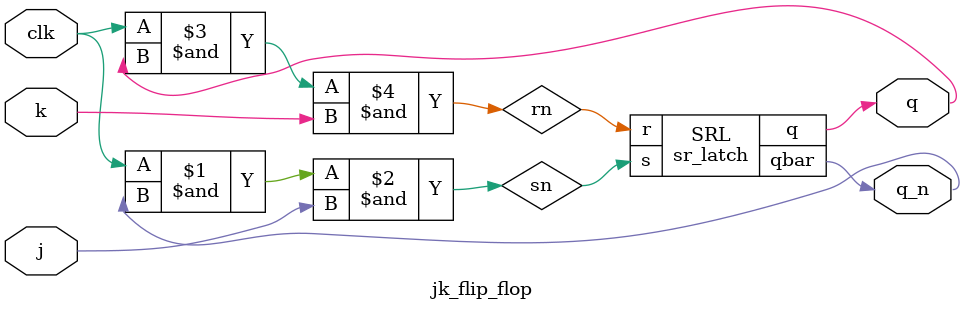
<source format=v>
module sr_latch(s, r, q, qbar);
    input s, r;
    output q, qbar;
    nand(q, s, qbar);
    nand(qbar, r, q);
endmodule

module jk_flip_flop (
    input clk,
    input j,
    input k,
    output q,
    output q_n
);
  wire sn = clk & q_n & j;
  wire rn = clk & q & k;
  sr_latch SRL (sn, rn, q, q_n);
endmodule

</source>
